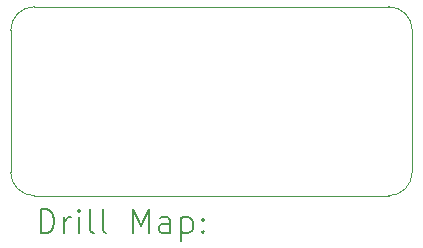
<source format=gbr>
%TF.GenerationSoftware,KiCad,Pcbnew,8.0.3*%
%TF.CreationDate,2024-06-07T01:51:13+12:00*%
%TF.ProjectId,toggle_switch_breakout,746f6767-6c65-45f7-9377-697463685f62,0.1.0*%
%TF.SameCoordinates,Original*%
%TF.FileFunction,Drillmap*%
%TF.FilePolarity,Positive*%
%FSLAX45Y45*%
G04 Gerber Fmt 4.5, Leading zero omitted, Abs format (unit mm)*
G04 Created by KiCad (PCBNEW 8.0.3) date 2024-06-07 01:51:13*
%MOMM*%
%LPD*%
G01*
G04 APERTURE LIST*
%ADD10C,0.100000*%
%ADD11C,0.200000*%
G04 APERTURE END LIST*
D10*
X12410000Y-5650000D02*
G75*
G02*
X12610000Y-5850000I0J-200000D01*
G01*
X9410000Y-7250000D02*
G75*
G02*
X9210000Y-7050000I0J200000D01*
G01*
X9210000Y-7050000D02*
X9210000Y-5850000D01*
X12610000Y-7050000D02*
G75*
G02*
X12410000Y-7250000I-200000J0D01*
G01*
X12410000Y-5650000D02*
X9410000Y-5650000D01*
X12610000Y-7050000D02*
X12610000Y-5850000D01*
X9210000Y-5850000D02*
G75*
G02*
X9410000Y-5650000I200000J0D01*
G01*
X9410000Y-7250000D02*
X12410000Y-7250000D01*
D11*
X9465777Y-7566484D02*
X9465777Y-7366484D01*
X9465777Y-7366484D02*
X9513396Y-7366484D01*
X9513396Y-7366484D02*
X9541967Y-7376008D01*
X9541967Y-7376008D02*
X9561015Y-7395055D01*
X9561015Y-7395055D02*
X9570539Y-7414103D01*
X9570539Y-7414103D02*
X9580063Y-7452198D01*
X9580063Y-7452198D02*
X9580063Y-7480769D01*
X9580063Y-7480769D02*
X9570539Y-7518865D01*
X9570539Y-7518865D02*
X9561015Y-7537912D01*
X9561015Y-7537912D02*
X9541967Y-7556960D01*
X9541967Y-7556960D02*
X9513396Y-7566484D01*
X9513396Y-7566484D02*
X9465777Y-7566484D01*
X9665777Y-7566484D02*
X9665777Y-7433150D01*
X9665777Y-7471246D02*
X9675301Y-7452198D01*
X9675301Y-7452198D02*
X9684824Y-7442674D01*
X9684824Y-7442674D02*
X9703872Y-7433150D01*
X9703872Y-7433150D02*
X9722920Y-7433150D01*
X9789586Y-7566484D02*
X9789586Y-7433150D01*
X9789586Y-7366484D02*
X9780063Y-7376008D01*
X9780063Y-7376008D02*
X9789586Y-7385531D01*
X9789586Y-7385531D02*
X9799110Y-7376008D01*
X9799110Y-7376008D02*
X9789586Y-7366484D01*
X9789586Y-7366484D02*
X9789586Y-7385531D01*
X9913396Y-7566484D02*
X9894348Y-7556960D01*
X9894348Y-7556960D02*
X9884824Y-7537912D01*
X9884824Y-7537912D02*
X9884824Y-7366484D01*
X10018158Y-7566484D02*
X9999110Y-7556960D01*
X9999110Y-7556960D02*
X9989586Y-7537912D01*
X9989586Y-7537912D02*
X9989586Y-7366484D01*
X10246729Y-7566484D02*
X10246729Y-7366484D01*
X10246729Y-7366484D02*
X10313396Y-7509341D01*
X10313396Y-7509341D02*
X10380063Y-7366484D01*
X10380063Y-7366484D02*
X10380063Y-7566484D01*
X10561015Y-7566484D02*
X10561015Y-7461722D01*
X10561015Y-7461722D02*
X10551491Y-7442674D01*
X10551491Y-7442674D02*
X10532444Y-7433150D01*
X10532444Y-7433150D02*
X10494348Y-7433150D01*
X10494348Y-7433150D02*
X10475301Y-7442674D01*
X10561015Y-7556960D02*
X10541967Y-7566484D01*
X10541967Y-7566484D02*
X10494348Y-7566484D01*
X10494348Y-7566484D02*
X10475301Y-7556960D01*
X10475301Y-7556960D02*
X10465777Y-7537912D01*
X10465777Y-7537912D02*
X10465777Y-7518865D01*
X10465777Y-7518865D02*
X10475301Y-7499817D01*
X10475301Y-7499817D02*
X10494348Y-7490293D01*
X10494348Y-7490293D02*
X10541967Y-7490293D01*
X10541967Y-7490293D02*
X10561015Y-7480769D01*
X10656253Y-7433150D02*
X10656253Y-7633150D01*
X10656253Y-7442674D02*
X10675301Y-7433150D01*
X10675301Y-7433150D02*
X10713396Y-7433150D01*
X10713396Y-7433150D02*
X10732444Y-7442674D01*
X10732444Y-7442674D02*
X10741967Y-7452198D01*
X10741967Y-7452198D02*
X10751491Y-7471246D01*
X10751491Y-7471246D02*
X10751491Y-7528388D01*
X10751491Y-7528388D02*
X10741967Y-7547436D01*
X10741967Y-7547436D02*
X10732444Y-7556960D01*
X10732444Y-7556960D02*
X10713396Y-7566484D01*
X10713396Y-7566484D02*
X10675301Y-7566484D01*
X10675301Y-7566484D02*
X10656253Y-7556960D01*
X10837205Y-7547436D02*
X10846729Y-7556960D01*
X10846729Y-7556960D02*
X10837205Y-7566484D01*
X10837205Y-7566484D02*
X10827682Y-7556960D01*
X10827682Y-7556960D02*
X10837205Y-7547436D01*
X10837205Y-7547436D02*
X10837205Y-7566484D01*
X10837205Y-7442674D02*
X10846729Y-7452198D01*
X10846729Y-7452198D02*
X10837205Y-7461722D01*
X10837205Y-7461722D02*
X10827682Y-7452198D01*
X10827682Y-7452198D02*
X10837205Y-7442674D01*
X10837205Y-7442674D02*
X10837205Y-7461722D01*
M02*

</source>
